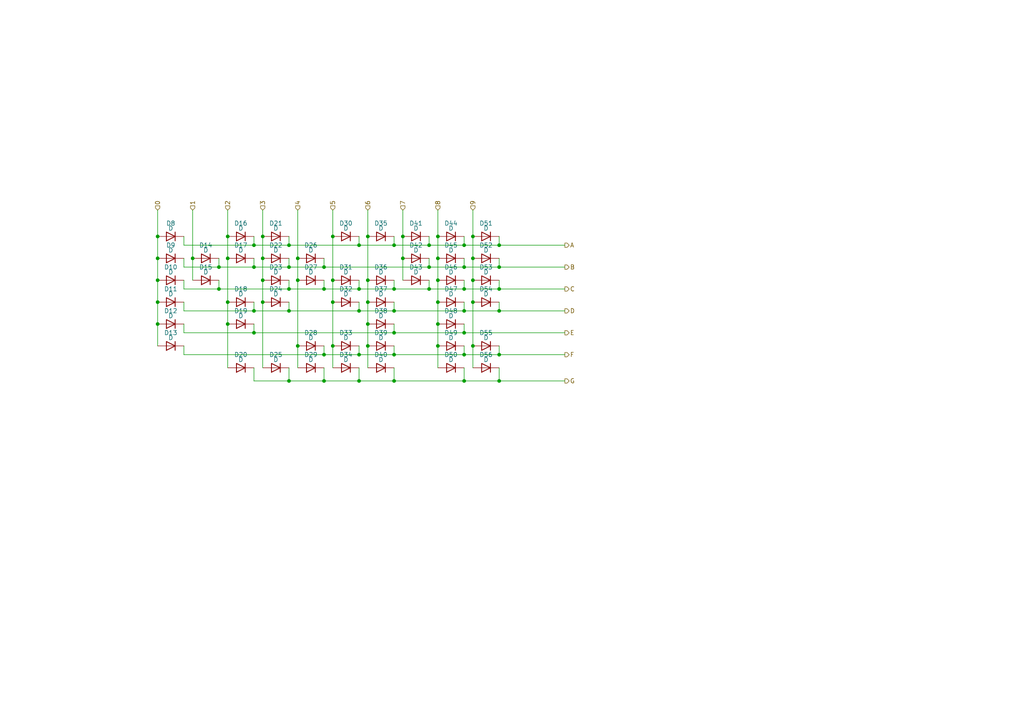
<source format=kicad_sch>
(kicad_sch (version 20230121) (generator eeschema)
  (paper "A4")
  (lib_symbols
    (symbol "Device:D" (pin_numbers hide) (pin_names (offset 1.016) hide)
      (property "Reference" "D" (at 0 2.54 0))
      (property "Value" "D" (at 0 -2.54 0))
      (symbol "D_0_1"
        (polyline (pts (xy -1.27 1.27) (xy -1.27 -1.27)) (stroke (width 0.254)))
        (polyline (pts (xy 1.27 0) (xy -1.27 0)))
        (polyline (pts (xy 1.27 1.27) (xy 1.27 -1.27) (xy -1.27 0) (xy 1.27 1.27)) (stroke (width 0.254)))
      )
      (symbol "D_1_1"
        (pin passive line (at -3.81 0 0) (length 2.54) (name "K") (number "1"))
        (pin passive line (at 3.81 0 180) (length 2.54) (name "A") (number "2"))
      )
    )
  )
  (junction (at 137.16 81.28))
  (junction (at 144.78 102.87))
  (junction (at 134.62 102.87))
  (junction (at 73.66 90.17))
  (junction (at 73.66 96.52))
  (junction (at 137.16 87.63))
  (junction (at 66.04 87.63))
  (junction (at 114.3 110.49))
  (junction (at 144.78 83.82))
  (junction (at 134.62 77.47))
  (junction (at 104.14 71.12))
  (junction (at 45.72 68.58))
  (junction (at 127 93.98))
  (junction (at 137.16 68.58))
  (junction (at 96.52 100.33))
  (junction (at 76.2 74.93))
  (junction (at 134.62 110.49))
  (junction (at 73.66 71.12))
  (junction (at 76.2 68.58))
  (junction (at 144.78 110.49))
  (junction (at 76.2 87.63))
  (junction (at 83.82 71.12))
  (junction (at 106.68 81.28))
  (junction (at 45.72 87.63))
  (junction (at 76.2 81.28))
  (junction (at 83.82 83.82))
  (junction (at 66.04 74.93))
  (junction (at 96.52 68.58))
  (junction (at 45.72 74.93))
  (junction (at 114.3 83.82))
  (junction (at 86.36 100.33))
  (junction (at 144.78 77.47))
  (junction (at 134.62 71.12))
  (junction (at 106.68 100.33))
  (junction (at 73.66 77.47))
  (junction (at 83.82 110.49))
  (junction (at 93.98 83.82))
  (junction (at 124.46 77.47))
  (junction (at 66.04 93.98))
  (junction (at 93.98 102.87))
  (junction (at 134.62 90.17))
  (junction (at 124.46 71.12))
  (junction (at 114.3 96.52))
  (junction (at 114.3 90.17))
  (junction (at 127 81.28))
  (junction (at 116.84 68.58))
  (junction (at 144.78 90.17))
  (junction (at 114.3 102.87))
  (junction (at 104.14 110.49))
  (junction (at 144.78 71.12))
  (junction (at 134.62 83.82))
  (junction (at 127 87.63))
  (junction (at 106.68 87.63))
  (junction (at 86.36 81.28))
  (junction (at 127 68.58))
  (junction (at 93.98 77.47))
  (junction (at 93.98 110.49))
  (junction (at 63.5 77.47))
  (junction (at 127 100.33))
  (junction (at 45.72 93.98))
  (junction (at 63.5 83.82))
  (junction (at 83.82 90.17))
  (junction (at 106.68 68.58))
  (junction (at 86.36 74.93))
  (junction (at 124.46 83.82))
  (junction (at 66.04 68.58))
  (junction (at 134.62 96.52))
  (junction (at 106.68 93.98))
  (junction (at 55.88 74.93))
  (junction (at 127 74.93))
  (junction (at 45.72 81.28))
  (junction (at 104.14 90.17))
  (junction (at 137.16 74.93))
  (junction (at 104.14 102.87))
  (junction (at 104.14 83.82))
  (junction (at 96.52 87.63))
  (junction (at 83.82 77.47))
  (junction (at 96.52 81.28))
  (junction (at 114.3 71.12))
  (junction (at 137.16 100.33))
  (junction (at 116.84 74.93))
  (wire (pts (xy 104.14 71.12) (xy 114.3 71.12)))
  (wire (pts (xy 73.66 74.93) (xy 73.66 77.47)))
  (wire (pts (xy 96.52 81.28) (xy 96.52 87.63)))
  (wire (pts (xy 76.2 74.93) (xy 76.2 81.28)))
  (wire (pts (xy 96.52 100.33) (xy 96.52 106.68)))
  (wire (pts (xy 124.46 68.58) (xy 124.46 71.12)))
  (wire (pts (xy 134.62 77.47) (xy 144.78 77.47)))
  (wire (pts (xy 45.72 87.63) (xy 45.72 93.98)))
  (wire (pts (xy 144.78 110.49) (xy 163.83 110.49)))
  (wire (pts (xy 106.68 68.58) (xy 106.68 81.28)))
  (wire (pts (xy 116.84 74.93) (xy 116.84 81.28)))
  (wire (pts (xy 86.36 81.28) (xy 86.36 100.33)))
  (wire (pts (xy 127 100.33) (xy 127 106.68)))
  (wire (pts (xy 104.14 102.87) (xy 114.3 102.87)))
  (wire (pts (xy 144.78 68.58) (xy 144.78 71.12)))
  (wire (pts (xy 134.62 96.52) (xy 163.83 96.52)))
  (wire (pts (xy 144.78 106.68) (xy 144.78 110.49)))
  (wire (pts (xy 96.52 60.96) (xy 96.52 68.58)))
  (wire (pts (xy 76.2 87.63) (xy 76.2 106.68)))
  (wire (pts (xy 137.16 87.63) (xy 137.16 100.33)))
  (wire (pts (xy 134.62 110.49) (xy 144.78 110.49)))
  (wire (pts (xy 134.62 90.17) (xy 144.78 90.17)))
  (wire (pts (xy 83.82 77.47) (xy 93.98 77.47)))
  (wire (pts (xy 53.34 68.58) (xy 53.34 71.12)))
  (wire (pts (xy 45.72 60.96) (xy 45.72 68.58)))
  (wire (pts (xy 53.34 87.63) (xy 53.34 90.17)))
  (wire (pts (xy 63.5 83.82) (xy 83.82 83.82)))
  (wire (pts (xy 137.16 74.93) (xy 137.16 81.28)))
  (wire (pts (xy 86.36 74.93) (xy 86.36 81.28)))
  (wire (pts (xy 104.14 81.28) (xy 104.14 83.82)))
  (wire (pts (xy 63.5 81.28) (xy 63.5 83.82)))
  (wire (pts (xy 124.46 83.82) (xy 134.62 83.82)))
  (wire (pts (xy 45.72 68.58) (xy 45.72 74.93)))
  (wire (pts (xy 73.66 87.63) (xy 73.66 90.17)))
  (wire (pts (xy 114.3 83.82) (xy 124.46 83.82)))
  (wire (pts (xy 144.78 71.12) (xy 163.83 71.12)))
  (wire (pts (xy 114.3 81.28) (xy 114.3 83.82)))
  (wire (pts (xy 83.82 71.12) (xy 104.14 71.12)))
  (wire (pts (xy 114.3 90.17) (xy 134.62 90.17)))
  (wire (pts (xy 104.14 100.33) (xy 104.14 102.87)))
  (wire (pts (xy 106.68 100.33) (xy 106.68 106.68)))
  (wire (pts (xy 83.82 110.49) (xy 93.98 110.49)))
  (wire (pts (xy 66.04 93.98) (xy 66.04 106.68)))
  (wire (pts (xy 66.04 68.58) (xy 66.04 74.93)))
  (wire (pts (xy 66.04 87.63) (xy 66.04 93.98)))
  (wire (pts (xy 73.66 77.47) (xy 83.82 77.47)))
  (wire (pts (xy 144.78 102.87) (xy 163.83 102.87)))
  (wire (pts (xy 45.72 93.98) (xy 45.72 100.33)))
  (wire (pts (xy 124.46 74.93) (xy 124.46 77.47)))
  (wire (pts (xy 73.66 90.17) (xy 83.82 90.17)))
  (wire (pts (xy 45.72 81.28) (xy 45.72 87.63)))
  (wire (pts (xy 63.5 77.47) (xy 73.66 77.47)))
  (wire (pts (xy 134.62 100.33) (xy 134.62 102.87)))
  (wire (pts (xy 106.68 60.96) (xy 106.68 68.58)))
  (wire (pts (xy 144.78 81.28) (xy 144.78 83.82)))
  (wire (pts (xy 93.98 106.68) (xy 93.98 110.49)))
  (wire (pts (xy 106.68 93.98) (xy 106.68 100.33)))
  (wire (pts (xy 93.98 77.47) (xy 124.46 77.47)))
  (wire (pts (xy 127 81.28) (xy 127 87.63)))
  (wire (pts (xy 53.34 90.17) (xy 73.66 90.17)))
  (wire (pts (xy 134.62 102.87) (xy 144.78 102.87)))
  (wire (pts (xy 137.16 100.33) (xy 137.16 106.68)))
  (wire (pts (xy 114.3 110.49) (xy 134.62 110.49)))
  (wire (pts (xy 127 68.58) (xy 127 74.93)))
  (wire (pts (xy 83.82 68.58) (xy 83.82 71.12)))
  (wire (pts (xy 73.66 68.58) (xy 73.66 71.12)))
  (wire (pts (xy 73.66 71.12) (xy 83.82 71.12)))
  (wire (pts (xy 124.46 81.28) (xy 124.46 83.82)))
  (wire (pts (xy 73.66 93.98) (xy 73.66 96.52)))
  (wire (pts (xy 86.36 100.33) (xy 86.36 106.68)))
  (wire (pts (xy 137.16 81.28) (xy 137.16 87.63)))
  (wire (pts (xy 93.98 74.93) (xy 93.98 77.47)))
  (wire (pts (xy 114.3 68.58) (xy 114.3 71.12)))
  (wire (pts (xy 66.04 74.93) (xy 66.04 87.63)))
  (wire (pts (xy 134.62 83.82) (xy 144.78 83.82)))
  (wire (pts (xy 83.82 83.82) (xy 93.98 83.82)))
  (wire (pts (xy 127 74.93) (xy 127 81.28)))
  (wire (pts (xy 127 93.98) (xy 127 100.33)))
  (wire (pts (xy 104.14 110.49) (xy 114.3 110.49)))
  (wire (pts (xy 104.14 106.68) (xy 104.14 110.49)))
  (wire (pts (xy 93.98 100.33) (xy 93.98 102.87)))
  (wire (pts (xy 127 87.63) (xy 127 93.98)))
  (wire (pts (xy 53.34 77.47) (xy 63.5 77.47)))
  (wire (pts (xy 73.66 96.52) (xy 114.3 96.52)))
  (wire (pts (xy 93.98 102.87) (xy 104.14 102.87)))
  (wire (pts (xy 93.98 81.28) (xy 93.98 83.82)))
  (wire (pts (xy 53.34 96.52) (xy 73.66 96.52)))
  (wire (pts (xy 96.52 68.58) (xy 96.52 81.28)))
  (wire (pts (xy 53.34 93.98) (xy 53.34 96.52)))
  (wire (pts (xy 114.3 87.63) (xy 114.3 90.17)))
  (wire (pts (xy 137.16 68.58) (xy 137.16 74.93)))
  (wire (pts (xy 134.62 74.93) (xy 134.62 77.47)))
  (wire (pts (xy 96.52 87.63) (xy 96.52 100.33)))
  (wire (pts (xy 93.98 110.49) (xy 104.14 110.49)))
  (wire (pts (xy 76.2 60.96) (xy 76.2 68.58)))
  (wire (pts (xy 53.34 74.93) (xy 53.34 77.47)))
  (wire (pts (xy 55.88 60.96) (xy 55.88 74.93)))
  (wire (pts (xy 63.5 74.93) (xy 63.5 77.47)))
  (wire (pts (xy 114.3 100.33) (xy 114.3 102.87)))
  (wire (pts (xy 134.62 106.68) (xy 134.62 110.49)))
  (wire (pts (xy 134.62 71.12) (xy 144.78 71.12)))
  (wire (pts (xy 83.82 74.93) (xy 83.82 77.47)))
  (wire (pts (xy 73.66 106.68) (xy 73.66 110.49)))
  (wire (pts (xy 114.3 106.68) (xy 114.3 110.49)))
  (wire (pts (xy 83.82 106.68) (xy 83.82 110.49)))
  (wire (pts (xy 104.14 68.58) (xy 104.14 71.12)))
  (wire (pts (xy 137.16 60.96) (xy 137.16 68.58)))
  (wire (pts (xy 76.2 68.58) (xy 76.2 74.93)))
  (wire (pts (xy 53.34 83.82) (xy 63.5 83.82)))
  (wire (pts (xy 114.3 102.87) (xy 134.62 102.87)))
  (wire (pts (xy 83.82 87.63) (xy 83.82 90.17)))
  (wire (pts (xy 114.3 71.12) (xy 124.46 71.12)))
  (wire (pts (xy 144.78 77.47) (xy 163.83 77.47)))
  (wire (pts (xy 114.3 96.52) (xy 134.62 96.52)))
  (wire (pts (xy 127 60.96) (xy 127 68.58)))
  (wire (pts (xy 144.78 100.33) (xy 144.78 102.87)))
  (wire (pts (xy 144.78 74.93) (xy 144.78 77.47)))
  (wire (pts (xy 83.82 81.28) (xy 83.82 83.82)))
  (wire (pts (xy 53.34 102.87) (xy 93.98 102.87)))
  (wire (pts (xy 83.82 90.17) (xy 104.14 90.17)))
  (wire (pts (xy 116.84 60.96) (xy 116.84 68.58)))
  (wire (pts (xy 114.3 93.98) (xy 114.3 96.52)))
  (wire (pts (xy 86.36 60.96) (xy 86.36 74.93)))
  (wire (pts (xy 45.72 74.93) (xy 45.72 81.28)))
  (wire (pts (xy 134.62 87.63) (xy 134.62 90.17)))
  (wire (pts (xy 124.46 71.12) (xy 134.62 71.12)))
  (wire (pts (xy 104.14 83.82) (xy 114.3 83.82)))
  (wire (pts (xy 53.34 71.12) (xy 73.66 71.12)))
  (wire (pts (xy 53.34 100.33) (xy 53.34 102.87)))
  (wire (pts (xy 106.68 81.28) (xy 106.68 87.63)))
  (wire (pts (xy 144.78 90.17) (xy 163.83 90.17)))
  (wire (pts (xy 104.14 87.63) (xy 104.14 90.17)))
  (wire (pts (xy 76.2 81.28) (xy 76.2 87.63)))
  (wire (pts (xy 106.68 87.63) (xy 106.68 93.98)))
  (wire (pts (xy 144.78 87.63) (xy 144.78 90.17)))
  (wire (pts (xy 134.62 68.58) (xy 134.62 71.12)))
  (wire (pts (xy 144.78 83.82) (xy 163.83 83.82)))
  (wire (pts (xy 73.66 110.49) (xy 83.82 110.49)))
  (wire (pts (xy 134.62 93.98) (xy 134.62 96.52)))
  (wire (pts (xy 55.88 74.93) (xy 55.88 81.28)))
  (wire (pts (xy 124.46 77.47) (xy 134.62 77.47)))
  (wire (pts (xy 116.84 68.58) (xy 116.84 74.93)))
  (wire (pts (xy 93.98 83.82) (xy 104.14 83.82)))
  (wire (pts (xy 104.14 90.17) (xy 114.3 90.17)))
  (wire (pts (xy 66.04 60.96) (xy 66.04 68.58)))
  (wire (pts (xy 134.62 81.28) (xy 134.62 83.82)))
  (wire (pts (xy 53.34 81.28) (xy 53.34 83.82)))
  (hierarchical_label "2" (shape input) (at 66.04 60.96 90))
  (hierarchical_label "5" (shape input) (at 96.52 60.96 90))
  (hierarchical_label "E" (shape output) (at 163.83 96.52 0))
  (hierarchical_label "7" (shape input) (at 116.84 60.96 90))
  (hierarchical_label "6" (shape input) (at 106.68 60.96 90))
  (hierarchical_label "C" (shape output) (at 163.83 83.82 0))
  (hierarchical_label "F" (shape output) (at 163.83 102.87 0))
  (hierarchical_label "9" (shape input) (at 137.16 60.96 90))
  (hierarchical_label "0" (shape input) (at 45.72 60.96 90))
  (hierarchical_label "B" (shape output) (at 163.83 77.47 0))
  (hierarchical_label "1" (shape input) (at 55.88 60.96 90))
  (hierarchical_label "8" (shape input) (at 127 60.96 90))
  (hierarchical_label "A" (shape output) (at 163.83 71.12 0))
  (hierarchical_label "3" (shape input) (at 76.2 60.96 90))
  (hierarchical_label "4" (shape input) (at 86.36 60.96 90))
  (hierarchical_label "G" (shape output) (at 163.83 110.49 0))
  (hierarchical_label "D" (shape output) (at 163.83 90.17 0))
  (symbol (lib_id "Device:D") (at 120.65 74.93 180) (unit 1)
    (property "Reference" "D105" (at 120.65 71.12 0))
    (property "Value" "D" (at 120.65 72.5711 0))
    (property "Footprint" "Diode_SMD:D_SOD-123" (effects hide))
    (property "Sim.Device" "D" (effects hide))
    (property "Sim.Pins" "1=K 2=A" (effects hide))
    (instances (project "transistor_clock" (path "" (reference "D42") (unit 1)) (path "" (reference "D184") (unit 1)) (path "" (reference "D286") (unit 1)) (path "" (reference "D236") (unit 1))))
  )
  (symbol (lib_id "Device:D") (at 80.01 81.28 180) (unit 1)
    (property "Reference" "D86" (at 80.01 77.47 0))
    (property "Value" "D" (at 80.01 78.9211 0))
    (property "Footprint" "Diode_SMD:D_SOD-123" (effects hide))
    (property "Sim.Device" "D" (effects hide))
    (property "Sim.Pins" "1=K 2=A" (effects hide))
    (instances (project "transistor_clock" (path "" (reference "D23") (unit 1)) (path "" (reference "D165") (unit 1)) (path "" (reference "D267") (unit 1)) (path "" (reference "D217") (unit 1))))
  )
  (symbol (lib_id "Device:D") (at 49.53 81.28 180) (unit 1)
    (property "Reference" "D62" (at 49.53 77.47 0))
    (property "Value" "D" (at 49.53 78.9211 0))
    (property "Footprint" "Diode_SMD:D_SOD-123" (effects hide))
    (property "Sim.Device" "D" (effects hide))
    (property "Sim.Pins" "1=K 2=A" (effects hide))
    (instances (project "transistor_clock" (path "" (reference "D10") (unit 1)) (path "" (reference "D152") (unit 1)) (path "" (reference "D254") (unit 1)) (path "" (reference "D204") (unit 1))))
  )
  (symbol (lib_id "Device:D") (at 110.49 68.58 180) (unit 1)
    (property "Reference" "D98" (at 110.49 64.77 0))
    (property "Value" "D" (at 110.49 66.2211 0))
    (property "Footprint" "Diode_SMD:D_SOD-123" (effects hide))
    (property "Sim.Device" "D" (effects hide))
    (property "Sim.Pins" "1=K 2=A" (effects hide))
    (instances (project "transistor_clock" (path "" (reference "D35") (unit 1)) (path "" (reference "D177") (unit 1)) (path "" (reference "D279") (unit 1)) (path "" (reference "D229") (unit 1))))
  )
  (symbol (lib_id "Device:D") (at 130.81 81.28 180) (unit 1)
    (property "Reference" "D109" (at 130.81 77.47 0))
    (property "Value" "D" (at 130.81 78.9211 0))
    (property "Footprint" "Diode_SMD:D_SOD-123" (effects hide))
    (property "Sim.Device" "D" (effects hide))
    (property "Sim.Pins" "1=K 2=A" (effects hide))
    (instances (project "transistor_clock" (path "" (reference "D46") (unit 1)) (path "" (reference "D188") (unit 1)) (path "" (reference "D290") (unit 1)) (path "" (reference "D240") (unit 1))))
  )
  (symbol (lib_id "Device:D") (at 90.17 106.68 180) (unit 1)
    (property "Reference" "D92" (at 90.17 102.87 0))
    (property "Value" "D" (at 90.17 104.3211 0))
    (property "Footprint" "Diode_SMD:D_SOD-123" (effects hide))
    (property "Sim.Device" "D" (effects hide))
    (property "Sim.Pins" "1=K 2=A" (effects hide))
    (instances (project "transistor_clock" (path "" (reference "D29") (unit 1)) (path "" (reference "D171") (unit 1)) (path "" (reference "D273") (unit 1)) (path "" (reference "D223") (unit 1))))
  )
  (symbol (lib_id "Device:D") (at 90.17 81.28 180) (unit 1)
    (property "Reference" "D90" (at 90.17 77.47 0))
    (property "Value" "D" (at 90.17 78.9211 0))
    (property "Footprint" "Diode_SMD:D_SOD-123" (effects hide))
    (property "Sim.Device" "D" (effects hide))
    (property "Sim.Pins" "1=K 2=A" (effects hide))
    (instances (project "transistor_clock" (path "" (reference "D27") (unit 1)) (path "" (reference "D169") (unit 1)) (path "" (reference "D271") (unit 1)) (path "" (reference "D221") (unit 1))))
  )
  (symbol (lib_id "Device:D") (at 130.81 93.98 180) (unit 1)
    (property "Reference" "D111" (at 130.81 90.17 0))
    (property "Value" "D" (at 130.81 91.6211 0))
    (property "Footprint" "Diode_SMD:D_SOD-123" (effects hide))
    (property "Sim.Device" "D" (effects hide))
    (property "Sim.Pins" "1=K 2=A" (effects hide))
    (instances (project "transistor_clock" (path "" (reference "D48") (unit 1)) (path "" (reference "D190") (unit 1)) (path "" (reference "D292") (unit 1)) (path "" (reference "D242") (unit 1))))
  )
  (symbol (lib_id "Device:D") (at 49.53 68.58 180) (unit 1)
    (property "Reference" "D58" (at 49.53 64.77 0))
    (property "Value" "D" (at 49.53 66.2211 0))
    (property "Footprint" "Diode_SMD:D_SOD-123" (effects hide))
    (property "Sim.Device" "D" (effects hide))
    (property "Sim.Pins" "1=K 2=A" (effects hide))
    (instances (project "transistor_clock" (path "" (reference "D8") (unit 1)) (path "" (reference "D150") (unit 1)) (path "" (reference "D250") (unit 1)) (path "" (reference "D202") (unit 1))))
  )
  (symbol (lib_id "Device:D") (at 110.49 106.68 180) (unit 1)
    (property "Reference" "D103" (at 110.49 102.87 0))
    (property "Value" "D" (at 110.49 104.3211 0))
    (property "Footprint" "Diode_SMD:D_SOD-123" (effects hide))
    (property "Sim.Device" "D" (effects hide))
    (property "Sim.Pins" "1=K 2=A" (effects hide))
    (instances (project "transistor_clock" (path "" (reference "D40") (unit 1)) (path "" (reference "D182") (unit 1)) (path "" (reference "D284") (unit 1)) (path "" (reference "D234") (unit 1))))
  )
  (symbol (lib_id "Device:D") (at 69.85 74.93 180) (unit 1)
    (property "Reference" "D80" (at 69.85 71.12 0))
    (property "Value" "D" (at 69.85 72.5711 0))
    (property "Footprint" "Diode_SMD:D_SOD-123" (effects hide))
    (property "Sim.Device" "D" (effects hide))
    (property "Sim.Pins" "1=K 2=A" (effects hide))
    (instances (project "transistor_clock" (path "" (reference "D17") (unit 1)) (path "" (reference "D159") (unit 1)) (path "" (reference "D261") (unit 1)) (path "" (reference "D211") (unit 1))))
  )
  (symbol (lib_id "Device:D") (at 49.53 74.93 180) (unit 1)
    (property "Reference" "D59" (at 49.53 71.12 0))
    (property "Value" "D" (at 49.53 72.5711 0))
    (property "Footprint" "Diode_SMD:D_SOD-123" (effects hide))
    (property "Sim.Device" "D" (effects hide))
    (property "Sim.Pins" "1=K 2=A" (effects hide))
    (instances (project "transistor_clock" (path "" (reference "D9") (unit 1)) (path "" (reference "D151") (unit 1)) (path "" (reference "D253") (unit 1)) (path "" (reference "D203") (unit 1))))
  )
  (symbol (lib_id "Device:D") (at 90.17 100.33 180) (unit 1)
    (property "Reference" "D91" (at 90.17 96.52 0))
    (property "Value" "D" (at 90.17 97.9711 0))
    (property "Footprint" "Diode_SMD:D_SOD-123" (effects hide))
    (property "Sim.Device" "D" (effects hide))
    (property "Sim.Pins" "1=K 2=A" (effects hide))
    (instances (project "transistor_clock" (path "" (reference "D28") (unit 1)) (path "" (reference "D170") (unit 1)) (path "" (reference "D272") (unit 1)) (path "" (reference "D222") (unit 1))))
  )
  (symbol (lib_id "Device:D") (at 130.81 87.63 180) (unit 1)
    (property "Reference" "D110" (at 130.81 83.82 0))
    (property "Value" "D" (at 130.81 85.2711 0))
    (property "Footprint" "Diode_SMD:D_SOD-123" (effects hide))
    (property "Sim.Device" "D" (effects hide))
    (property "Sim.Pins" "1=K 2=A" (effects hide))
    (instances (project "transistor_clock" (path "" (reference "D47") (unit 1)) (path "" (reference "D189") (unit 1)) (path "" (reference "D291") (unit 1)) (path "" (reference "D241") (unit 1))))
  )
  (symbol (lib_id "Device:D") (at 80.01 74.93 180) (unit 1)
    (property "Reference" "D85" (at 80.01 71.12 0))
    (property "Value" "D" (at 80.01 72.5711 0))
    (property "Footprint" "Diode_SMD:D_SOD-123" (effects hide))
    (property "Sim.Device" "D" (effects hide))
    (property "Sim.Pins" "1=K 2=A" (effects hide))
    (instances (project "transistor_clock" (path "" (reference "D22") (unit 1)) (path "" (reference "D164") (unit 1)) (path "" (reference "D266") (unit 1)) (path "" (reference "D216") (unit 1))))
  )
  (symbol (lib_id "Device:D") (at 130.81 106.68 180) (unit 1)
    (property "Reference" "D113" (at 130.81 102.87 0))
    (property "Value" "D" (at 130.81 104.3211 0))
    (property "Footprint" "Diode_SMD:D_SOD-123" (effects hide))
    (property "Sim.Device" "D" (effects hide))
    (property "Sim.Pins" "1=K 2=A" (effects hide))
    (instances (project "transistor_clock" (path "" (reference "D50") (unit 1)) (path "" (reference "D192") (unit 1)) (path "" (reference "D294") (unit 1)) (path "" (reference "D244") (unit 1))))
  )
  (symbol (lib_id "Device:D") (at 120.65 68.58 180) (unit 1)
    (property "Reference" "D104" (at 120.65 64.77 0))
    (property "Value" "D" (at 120.65 66.2211 0))
    (property "Footprint" "Diode_SMD:D_SOD-123" (effects hide))
    (property "Sim.Device" "D" (effects hide))
    (property "Sim.Pins" "1=K 2=A" (effects hide))
    (instances (project "transistor_clock" (path "" (reference "D41") (unit 1)) (path "" (reference "D183") (unit 1)) (path "" (reference "D285") (unit 1)) (path "" (reference "D235") (unit 1))))
  )
  (symbol (lib_id "Device:D") (at 110.49 93.98 180) (unit 1)
    (property "Reference" "D101" (at 110.49 90.17 0))
    (property "Value" "D" (at 110.49 91.6211 0))
    (property "Footprint" "Diode_SMD:D_SOD-123" (effects hide))
    (property "Sim.Device" "D" (effects hide))
    (property "Sim.Pins" "1=K 2=A" (effects hide))
    (instances (project "transistor_clock" (path "" (reference "D38") (unit 1)) (path "" (reference "D180") (unit 1)) (path "" (reference "D282") (unit 1)) (path "" (reference "D232") (unit 1))))
  )
  (symbol (lib_id "Device:D") (at 120.65 81.28 180) (unit 1)
    (property "Reference" "D106" (at 120.65 77.47 0))
    (property "Value" "D" (at 120.65 78.9211 0))
    (property "Footprint" "Diode_SMD:D_SOD-123" (effects hide))
    (property "Sim.Device" "D" (effects hide))
    (property "Sim.Pins" "1=K 2=A" (effects hide))
    (instances (project "transistor_clock" (path "" (reference "D43") (unit 1)) (path "" (reference "D185") (unit 1)) (path "" (reference "D287") (unit 1)) (path "" (reference "D237") (unit 1))))
  )
  (symbol (lib_id "Device:D") (at 100.33 68.58 180) (unit 1)
    (property "Reference" "D93" (at 100.33 64.77 0))
    (property "Value" "D" (at 100.33 66.2211 0))
    (property "Footprint" "Diode_SMD:D_SOD-123" (effects hide))
    (property "Sim.Device" "D" (effects hide))
    (property "Sim.Pins" "1=K 2=A" (effects hide))
    (instances (project "transistor_clock" (path "" (reference "D30") (unit 1)) (path "" (reference "D172") (unit 1)) (path "" (reference "D274") (unit 1)) (path "" (reference "D224") (unit 1))))
  )
  (symbol (lib_id "Device:D") (at 130.81 68.58 180) (unit 1)
    (property "Reference" "D107" (at 130.81 64.77 0))
    (property "Value" "D" (at 130.81 66.2211 0))
    (property "Footprint" "Diode_SMD:D_SOD-123" (effects hide))
    (property "Sim.Device" "D" (effects hide))
    (property "Sim.Pins" "1=K 2=A" (effects hide))
    (instances (project "transistor_clock" (path "" (reference "D44") (unit 1)) (path "" (reference "D186") (unit 1)) (path "" (reference "D288") (unit 1)) (path "" (reference "D238") (unit 1))))
  )
  (symbol (lib_id "Device:D") (at 59.69 81.28 180) (unit 1)
    (property "Reference" "D78" (at 59.69 77.47 0))
    (property "Value" "D" (at 59.69 78.9211 0))
    (property "Footprint" "Diode_SMD:D_SOD-123" (effects hide))
    (property "Sim.Device" "D" (effects hide))
    (property "Sim.Pins" "1=K 2=A" (effects hide))
    (instances (project "transistor_clock" (path "" (reference "D15") (unit 1)) (path "" (reference "D157") (unit 1)) (path "" (reference "D259") (unit 1)) (path "" (reference "D209") (unit 1))))
  )
  (symbol (lib_id "Device:D") (at 80.01 68.58 180) (unit 1)
    (property "Reference" "D84" (at 80.01 64.77 0))
    (property "Value" "D" (at 80.01 66.2211 0))
    (property "Footprint" "Diode_SMD:D_SOD-123" (effects hide))
    (property "Sim.Device" "D" (effects hide))
    (property "Sim.Pins" "1=K 2=A" (effects hide))
    (instances (project "transistor_clock" (path "" (reference "D21") (unit 1)) (path "" (reference "D163") (unit 1)) (path "" (reference "D265") (unit 1)) (path "" (reference "D215") (unit 1))))
  )
  (symbol (lib_id "Device:D") (at 59.69 74.93 180) (unit 1)
    (property "Reference" "D75" (at 59.69 71.12 0))
    (property "Value" "D" (at 59.69 72.5711 0))
    (property "Footprint" "Diode_SMD:D_SOD-123" (effects hide))
    (property "Sim.Device" "D" (effects hide))
    (property "Sim.Pins" "1=K 2=A" (effects hide))
    (instances (project "transistor_clock" (path "" (reference "D14") (unit 1)) (path "" (reference "D156") (unit 1)) (path "" (reference "D258") (unit 1)) (path "" (reference "D208") (unit 1))))
  )
  (symbol (lib_id "Device:D") (at 49.53 87.63 180) (unit 1)
    (property "Reference" "D63" (at 49.53 83.82 0))
    (property "Value" "D" (at 49.53 85.2711 0))
    (property "Footprint" "Diode_SMD:D_SOD-123" (effects hide))
    (property "Sim.Device" "D" (effects hide))
    (property "Sim.Pins" "1=K 2=A" (effects hide))
    (instances (project "transistor_clock" (path "" (reference "D11") (unit 1)) (path "" (reference "D153") (unit 1)) (path "" (reference "D255") (unit 1)) (path "" (reference "D205") (unit 1))))
  )
  (symbol (lib_id "Device:D") (at 100.33 87.63 180) (unit 1)
    (property "Reference" "D95" (at 100.33 83.82 0))
    (property "Value" "D" (at 100.33 85.2711 0))
    (property "Footprint" "Diode_SMD:D_SOD-123" (effects hide))
    (property "Sim.Device" "D" (effects hide))
    (property "Sim.Pins" "1=K 2=A" (effects hide))
    (instances (project "transistor_clock" (path "" (reference "D32") (unit 1)) (path "" (reference "D174") (unit 1)) (path "" (reference "D276") (unit 1)) (path "" (reference "D226") (unit 1))))
  )
  (symbol (lib_id "Device:D") (at 49.53 100.33 180) (unit 1)
    (property "Reference" "D71" (at 49.53 96.52 0))
    (property "Value" "D" (at 49.53 97.9711 0))
    (property "Footprint" "Diode_SMD:D_SOD-123" (effects hide))
    (property "Sim.Device" "D" (effects hide))
    (property "Sim.Pins" "1=K 2=A" (effects hide))
    (instances (project "transistor_clock" (path "" (reference "D13") (unit 1)) (path "" (reference "D155") (unit 1)) (path "" (reference "D257") (unit 1)) (path "" (reference "D207") (unit 1))))
  )
  (symbol (lib_id "Device:D") (at 140.97 106.68 180) (unit 1)
    (property "Reference" "D119" (at 140.97 102.87 0))
    (property "Value" "D" (at 140.97 104.3211 0))
    (property "Footprint" "Diode_SMD:D_SOD-123" (effects hide))
    (property "Sim.Device" "D" (effects hide))
    (property "Sim.Pins" "1=K 2=A" (effects hide))
    (instances (project "transistor_clock" (path "" (reference "D56") (unit 1)) (path "" (reference "D198") (unit 1)) (path "" (reference "D300") (unit 1)) (path "" (reference "D250") (unit 1))))
  )
  (symbol (lib_id "Device:D") (at 49.53 93.98 180) (unit 1)
    (property "Reference" "D69" (at 49.53 90.17 0))
    (property "Value" "D" (at 49.53 91.6211 0))
    (property "Footprint" "Diode_SMD:D_SOD-123" (effects hide))
    (property "Sim.Device" "D" (effects hide))
    (property "Sim.Pins" "1=K 2=A" (effects hide))
    (instances (project "transistor_clock" (path "" (reference "D12") (unit 1)) (path "" (reference "D154") (unit 1)) (path "" (reference "D256") (unit 1)) (path "" (reference "D206") (unit 1))))
  )
  (symbol (lib_id "Device:D") (at 100.33 81.28 180) (unit 1)
    (property "Reference" "D94" (at 100.33 77.47 0))
    (property "Value" "D" (at 100.33 78.9211 0))
    (property "Footprint" "Diode_SMD:D_SOD-123" (effects hide))
    (property "Sim.Device" "D" (effects hide))
    (property "Sim.Pins" "1=K 2=A" (effects hide))
    (instances (project "transistor_clock" (path "" (reference "D31") (unit 1)) (path "" (reference "D173") (unit 1)) (path "" (reference "D275") (unit 1)) (path "" (reference "D225") (unit 1))))
  )
  (symbol (lib_id "Device:D") (at 80.01 87.63 180) (unit 1)
    (property "Reference" "D87" (at 80.01 83.82 0))
    (property "Value" "D" (at 80.01 85.2711 0))
    (property "Footprint" "Diode_SMD:D_SOD-123" (effects hide))
    (property "Sim.Device" "D" (effects hide))
    (property "Sim.Pins" "1=K 2=A" (effects hide))
    (instances (project "transistor_clock" (path "" (reference "D24") (unit 1)) (path "" (reference "D166") (unit 1)) (path "" (reference "D268") (unit 1)) (path "" (reference "D218") (unit 1))))
  )
  (symbol (lib_id "Device:D") (at 140.97 87.63 180) (unit 1)
    (property "Reference" "D117" (at 140.97 83.82 0))
    (property "Value" "D" (at 140.97 85.2711 0))
    (property "Footprint" "Diode_SMD:D_SOD-123" (effects hide))
    (property "Sim.Device" "D" (effects hide))
    (property "Sim.Pins" "1=K 2=A" (effects hide))
    (instances (project "transistor_clock" (path "" (reference "D54") (unit 1)) (path "" (reference "D196") (unit 1)) (path "" (reference "D298") (unit 1)) (path "" (reference "D248") (unit 1))))
  )
  (symbol (lib_id "Device:D") (at 140.97 74.93 180) (unit 1)
    (property "Reference" "D115" (at 140.97 71.12 0))
    (property "Value" "D" (at 140.97 72.5711 0))
    (property "Footprint" "Diode_SMD:D_SOD-123" (effects hide))
    (property "Sim.Device" "D" (effects hide))
    (property "Sim.Pins" "1=K 2=A" (effects hide))
    (instances (project "transistor_clock" (path "" (reference "D52") (unit 1)) (path "" (reference "D194") (unit 1)) (path "" (reference "D296") (unit 1)) (path "" (reference "D246") (unit 1))))
  )
  (symbol (lib_id "Device:D") (at 69.85 93.98 180) (unit 1)
    (property "Reference" "D82" (at 69.85 90.17 0))
    (property "Value" "D" (at 69.85 91.6211 0))
    (property "Footprint" "Diode_SMD:D_SOD-123" (effects hide))
    (property "Sim.Device" "D" (effects hide))
    (property "Sim.Pins" "1=K 2=A" (effects hide))
    (instances (project "transistor_clock" (path "" (reference "D19") (unit 1)) (path "" (reference "D161") (unit 1)) (path "" (reference "D263") (unit 1)) (path "" (reference "D213") (unit 1))))
  )
  (symbol (lib_id "Device:D") (at 110.49 87.63 180) (unit 1)
    (property "Reference" "D100" (at 110.49 83.82 0))
    (property "Value" "D" (at 110.49 85.2711 0))
    (property "Footprint" "Diode_SMD:D_SOD-123" (effects hide))
    (property "Sim.Device" "D" (effects hide))
    (property "Sim.Pins" "1=K 2=A" (effects hide))
    (instances (project "transistor_clock" (path "" (reference "D37") (unit 1)) (path "" (reference "D179") (unit 1)) (path "" (reference "D281") (unit 1)) (path "" (reference "D231") (unit 1))))
  )
  (symbol (lib_id "Device:D") (at 69.85 106.68 180) (unit 1)
    (property "Reference" "D83" (at 69.85 102.87 0))
    (property "Value" "D" (at 69.85 104.3211 0))
    (property "Footprint" "Diode_SMD:D_SOD-123" (effects hide))
    (property "Sim.Device" "D" (effects hide))
    (property "Sim.Pins" "1=K 2=A" (effects hide))
    (instances (project "transistor_clock" (path "" (reference "D20") (unit 1)) (path "" (reference "D162") (unit 1)) (path "" (reference "D264") (unit 1)) (path "" (reference "D214") (unit 1))))
  )
  (symbol (lib_id "Device:D") (at 140.97 68.58 180) (unit 1)
    (property "Reference" "D114" (at 140.97 64.77 0))
    (property "Value" "D" (at 140.97 66.2211 0))
    (property "Footprint" "Diode_SMD:D_SOD-123" (effects hide))
    (property "Sim.Device" "D" (effects hide))
    (property "Sim.Pins" "1=K 2=A" (effects hide))
    (instances (project "transistor_clock" (path "" (reference "D51") (unit 1)) (path "" (reference "D193") (unit 1)) (path "" (reference "D295") (unit 1)) (path "" (reference "D245") (unit 1))))
  )
  (symbol (lib_id "Device:D") (at 69.85 68.58 180) (unit 1)
    (property "Reference" "D79" (at 69.85 64.77 0))
    (property "Value" "D" (at 69.85 66.2211 0))
    (property "Footprint" "Diode_SMD:D_SOD-123" (effects hide))
    (property "Sim.Device" "D" (effects hide))
    (property "Sim.Pins" "1=K 2=A" (effects hide))
    (instances (project "transistor_clock" (path "" (reference "D16") (unit 1)) (path "" (reference "D158") (unit 1)) (path "" (reference "D260") (unit 1)) (path "" (reference "D210") (unit 1))))
  )
  (symbol (lib_id "Device:D") (at 100.33 100.33 180) (unit 1)
    (property "Reference" "D96" (at 100.33 96.52 0))
    (property "Value" "D" (at 100.33 97.9711 0))
    (property "Footprint" "Diode_SMD:D_SOD-123" (effects hide))
    (property "Sim.Device" "D" (effects hide))
    (property "Sim.Pins" "1=K 2=A" (effects hide))
    (instances (project "transistor_clock" (path "" (reference "D33") (unit 1)) (path "" (reference "D175") (unit 1)) (path "" (reference "D277") (unit 1)) (path "" (reference "D227") (unit 1))))
  )
  (symbol (lib_id "Device:D") (at 100.33 106.68 180) (unit 1)
    (property "Reference" "D97" (at 100.33 102.87 0))
    (property "Value" "D" (at 100.33 104.3211 0))
    (property "Footprint" "Diode_SMD:D_SOD-123" (effects hide))
    (property "Sim.Device" "D" (effects hide))
    (property "Sim.Pins" "1=K 2=A" (effects hide))
    (instances (project "transistor_clock" (path "" (reference "D34") (unit 1)) (path "" (reference "D176") (unit 1)) (path "" (reference "D278") (unit 1)) (path "" (reference "D228") (unit 1))))
  )
  (symbol (lib_id "Device:D") (at 130.81 74.93 180) (unit 1)
    (property "Reference" "D108" (at 130.81 71.12 0))
    (property "Value" "D" (at 130.81 72.5711 0))
    (property "Footprint" "Diode_SMD:D_SOD-123" (effects hide))
    (property "Sim.Device" "D" (effects hide))
    (property "Sim.Pins" "1=K 2=A" (effects hide))
    (instances (project "transistor_clock" (path "" (reference "D45") (unit 1)) (path "" (reference "D187") (unit 1)) (path "" (reference "D289") (unit 1)) (path "" (reference "D239") (unit 1))))
  )
  (symbol (lib_id "Device:D") (at 130.81 100.33 180) (unit 1)
    (property "Reference" "D112" (at 130.81 96.52 0))
    (property "Value" "D" (at 130.81 97.9711 0))
    (property "Footprint" "Diode_SMD:D_SOD-123" (effects hide))
    (property "Sim.Device" "D" (effects hide))
    (property "Sim.Pins" "1=K 2=A" (effects hide))
    (instances (project "transistor_clock" (path "" (reference "D49") (unit 1)) (path "" (reference "D191") (unit 1)) (path "" (reference "D293") (unit 1)) (path "" (reference "D243") (unit 1))))
  )
  (symbol (lib_id "Device:D") (at 90.17 74.93 180) (unit 1)
    (property "Reference" "D89" (at 90.17 71.12 0))
    (property "Value" "D" (at 90.17 72.5711 0))
    (property "Footprint" "Diode_SMD:D_SOD-123" (effects hide))
    (property "Sim.Device" "D" (effects hide))
    (property "Sim.Pins" "1=K 2=A" (effects hide))
    (instances (project "transistor_clock" (path "" (reference "D26") (unit 1)) (path "" (reference "D168") (unit 1)) (path "" (reference "D270") (unit 1)) (path "" (reference "D220") (unit 1))))
  )
  (symbol (lib_id "Device:D") (at 140.97 81.28 180) (unit 1)
    (property "Reference" "D116" (at 140.97 77.47 0))
    (property "Value" "D" (at 140.97 78.9211 0))
    (property "Footprint" "Diode_SMD:D_SOD-123" (effects hide))
    (property "Sim.Device" "D" (effects hide))
    (property "Sim.Pins" "1=K 2=A" (effects hide))
    (instances (project "transistor_clock" (path "" (reference "D53") (unit 1)) (path "" (reference "D195") (unit 1)) (path "" (reference "D297") (unit 1)) (path "" (reference "D247") (unit 1))))
  )
  (symbol (lib_id "Device:D") (at 110.49 81.28 180) (unit 1)
    (property "Reference" "D99" (at 110.49 77.47 0))
    (property "Value" "D" (at 110.49 78.9211 0))
    (property "Footprint" "Diode_SMD:D_SOD-123" (effects hide))
    (property "Sim.Device" "D" (effects hide))
    (property "Sim.Pins" "1=K 2=A" (effects hide))
    (instances (project "transistor_clock" (path "" (reference "D36") (unit 1)) (path "" (reference "D178") (unit 1)) (path "" (reference "D280") (unit 1)) (path "" (reference "D230") (unit 1))))
  )
  (symbol (lib_id "Device:D") (at 69.85 87.63 180) (unit 1)
    (property "Reference" "D81" (at 69.85 83.82 0))
    (property "Value" "D" (at 69.85 85.2711 0))
    (property "Footprint" "Diode_SMD:D_SOD-123" (effects hide))
    (property "Sim.Device" "D" (effects hide))
    (property "Sim.Pins" "1=K 2=A" (effects hide))
    (instances (project "transistor_clock" (path "" (reference "D18") (unit 1)) (path "" (reference "D160") (unit 1)) (path "" (reference "D262") (unit 1)) (path "" (reference "D212") (unit 1))))
  )
  (symbol (lib_id "Device:D") (at 140.97 100.33 180) (unit 1)
    (property "Reference" "D118" (at 140.97 96.52 0))
    (property "Value" "D" (at 140.97 97.9711 0))
    (property "Footprint" "Diode_SMD:D_SOD-123" (effects hide))
    (property "Sim.Device" "D" (effects hide))
    (property "Sim.Pins" "1=K 2=A" (effects hide))
    (instances (project "transistor_clock" (path "" (reference "D55") (unit 1)) (path "" (reference "D197") (unit 1)) (path "" (reference "D299") (unit 1)) (path "" (reference "D249") (unit 1))))
  )
  (symbol (lib_id "Device:D") (at 80.01 106.68 180) (unit 1)
    (property "Reference" "D88" (at 80.01 102.87 0))
    (property "Value" "D" (at 80.01 104.3211 0))
    (property "Footprint" "Diode_SMD:D_SOD-123" (effects hide))
    (property "Sim.Device" "D" (effects hide))
    (property "Sim.Pins" "1=K 2=A" (effects hide))
    (instances (project "transistor_clock" (path "" (reference "D25") (unit 1)) (path "" (reference "D167") (unit 1)) (path "" (reference "D269") (unit 1)) (path "" (reference "D219") (unit 1))))
  )
  (symbol (lib_id "Device:D") (at 110.49 100.33 180) (unit 1)
    (property "Reference" "D102" (at 110.49 96.52 0))
    (property "Value" "D" (at 110.49 97.9711 0))
    (property "Footprint" "Diode_SMD:D_SOD-123" (effects hide))
    (property "Sim.Device" "D" (effects hide))
    (property "Sim.Pins" "1=K 2=A" (effects hide))
    (instances (project "transistor_clock" (path "" (reference "D39") (unit 1)) (path "" (reference "D181") (unit 1)) (path "" (reference "D283") (unit 1)) (path "" (reference "D233") (unit 1))))
  )
)
</source>
